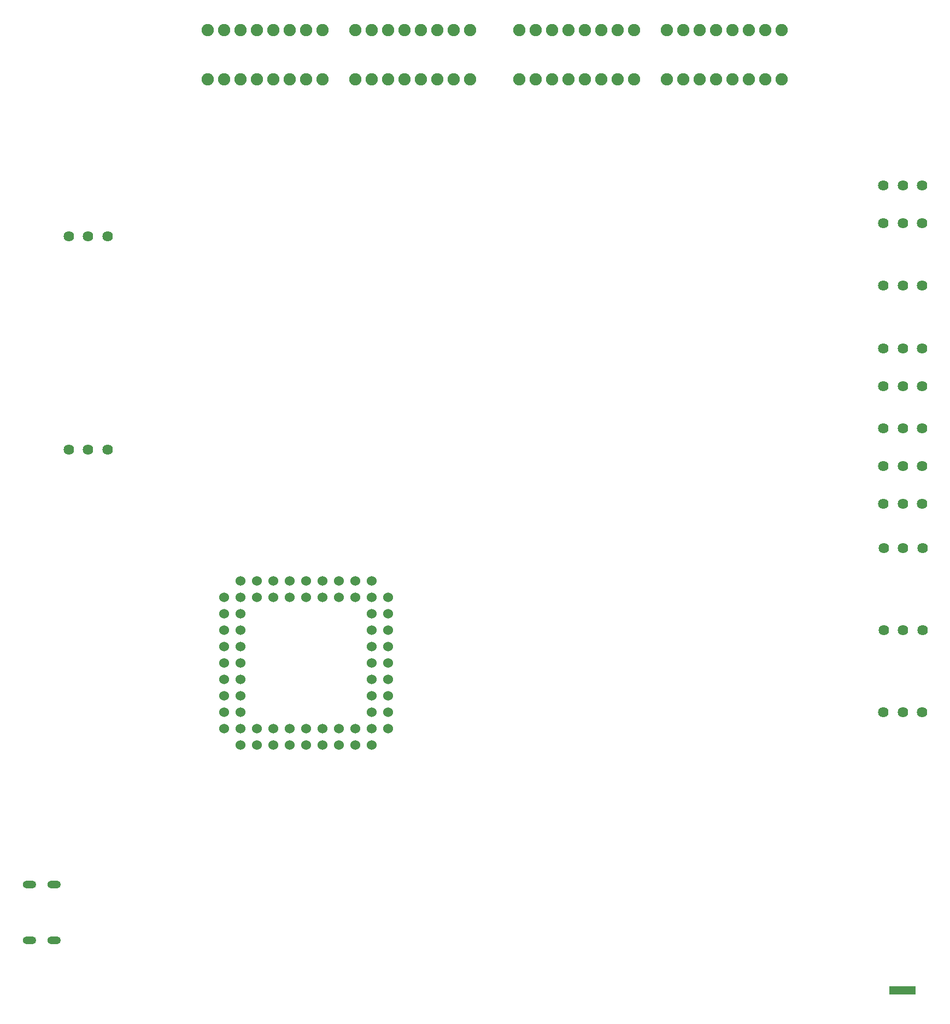
<source format=gbs>
G04 Layer: BottomSolderMaskLayer*
G04 EasyEDA v6.5.34, 2023-08-02 13:28:42*
G04 2a62064472414b95bfa9a36f662312a8,5a6b42c53f6a479593ecc07194224c93,10*
G04 Gerber Generator version 0.2*
G04 Scale: 100 percent, Rotated: No, Reflected: No *
G04 Dimensions in millimeters *
G04 leading zeros omitted , absolute positions ,4 integer and 5 decimal *
%FSLAX45Y45*%
%MOMM*%

%ADD10O,2.1015960000000002X1.2015978000000003*%
%ADD11C,1.9016*%
%ADD12C,1.5240*%
%ADD13C,1.6256*%

%LPD*%
D10*
G01*
X-985481Y-10503105D03*
G01*
X-985481Y-9639099D03*
G01*
X-1365491Y-9639099D03*
G01*
X-1365491Y-10503105D03*
D11*
G01*
X3175850Y2819397D03*
G01*
X2921850Y2819397D03*
G01*
X2667850Y2819397D03*
G01*
X2413850Y2819397D03*
G01*
X2159850Y2819397D03*
G01*
X1905850Y2819397D03*
G01*
X1651850Y2819397D03*
G01*
X1397850Y2819397D03*
G01*
X3175850Y3581397D03*
G01*
X2921850Y3581397D03*
G01*
X2667850Y3581397D03*
G01*
X2413850Y3581397D03*
G01*
X2159850Y3581397D03*
G01*
X1905850Y3581397D03*
G01*
X1651850Y3581397D03*
G01*
X1397850Y3581397D03*
G01*
X5461850Y2819397D03*
G01*
X5207850Y2819397D03*
G01*
X4953850Y2819397D03*
G01*
X4699850Y2819397D03*
G01*
X4445850Y2819397D03*
G01*
X4191850Y2819397D03*
G01*
X3937850Y2819397D03*
G01*
X3683850Y2819397D03*
G01*
X5461850Y3581397D03*
G01*
X5207850Y3581397D03*
G01*
X4953850Y3581397D03*
G01*
X4699850Y3581397D03*
G01*
X4445850Y3581397D03*
G01*
X4191850Y3581397D03*
G01*
X3937850Y3581397D03*
G01*
X3683850Y3581397D03*
G01*
X8001825Y2820159D03*
G01*
X7747825Y2820159D03*
G01*
X7493825Y2820159D03*
G01*
X7239825Y2820159D03*
G01*
X6985825Y2820159D03*
G01*
X6731825Y2820159D03*
G01*
X6477825Y2820159D03*
G01*
X6223825Y2820159D03*
G01*
X8001825Y3582159D03*
G01*
X7747825Y3582159D03*
G01*
X7493825Y3582159D03*
G01*
X7239825Y3582159D03*
G01*
X6985825Y3582159D03*
G01*
X6731825Y3582159D03*
G01*
X6477825Y3582159D03*
G01*
X6223825Y3582159D03*
G01*
X10286987Y2819397D03*
G01*
X10032987Y2819397D03*
G01*
X9778987Y2819397D03*
G01*
X9524987Y2819397D03*
G01*
X9270987Y2819397D03*
G01*
X9016987Y2819397D03*
G01*
X8762987Y2819397D03*
G01*
X8508987Y2819397D03*
G01*
X10286987Y3581397D03*
G01*
X10032987Y3581397D03*
G01*
X9778987Y3581397D03*
G01*
X9524987Y3581397D03*
G01*
X9270987Y3581397D03*
G01*
X9016987Y3581397D03*
G01*
X8762987Y3581397D03*
G01*
X8508987Y3581397D03*
D12*
G01*
X1905876Y-7480302D03*
G01*
X2159876Y-7480302D03*
G01*
X2413876Y-7480302D03*
G01*
X2667876Y-7480302D03*
G01*
X2921876Y-7480302D03*
G01*
X3175876Y-7480302D03*
G01*
X3429876Y-7480302D03*
G01*
X3683876Y-7480302D03*
G01*
X3937876Y-7480302D03*
G01*
X1651876Y-7226302D03*
G01*
X1651876Y-6972302D03*
G01*
X1651876Y-6718302D03*
G01*
X1651876Y-6464302D03*
G01*
X1651876Y-6210302D03*
G01*
X1651876Y-5956302D03*
G01*
X1651876Y-5702302D03*
G01*
X1651876Y-5448302D03*
G01*
X1651876Y-5194302D03*
G01*
X1905876Y-4940302D03*
G01*
X2159876Y-4940302D03*
G01*
X2413876Y-4940302D03*
G01*
X2667876Y-4940302D03*
G01*
X2921876Y-4940302D03*
G01*
X3175876Y-4940302D03*
G01*
X3429876Y-4940302D03*
G01*
X3683876Y-4940302D03*
G01*
X3937876Y-4940302D03*
G01*
X4191876Y-5194302D03*
G01*
X4191876Y-5448302D03*
G01*
X4191876Y-5702302D03*
G01*
X4191876Y-5956302D03*
G01*
X4191876Y-6210302D03*
G01*
X4191876Y-6464302D03*
G01*
X4191876Y-6718302D03*
G01*
X4191876Y-6972302D03*
G01*
X4191876Y-7226302D03*
G01*
X1905876Y-5194302D03*
G01*
X2159876Y-5194302D03*
G01*
X2413876Y-5194302D03*
G01*
X2667876Y-5194302D03*
G01*
X2921876Y-5194302D03*
G01*
X3175876Y-5194302D03*
G01*
X3429876Y-5194302D03*
G01*
X3683876Y-5194302D03*
G01*
X3937876Y-5194302D03*
G01*
X1905876Y-5448302D03*
G01*
X1905876Y-5702302D03*
G01*
X1905876Y-5956302D03*
G01*
X1905876Y-6210302D03*
G01*
X1905876Y-6464302D03*
G01*
X1905876Y-6718302D03*
G01*
X1905876Y-6972302D03*
G01*
X1905876Y-7226302D03*
G01*
X2159876Y-7226302D03*
G01*
X2413876Y-7226302D03*
G01*
X2667876Y-7226302D03*
G01*
X2921876Y-7226302D03*
G01*
X3175876Y-7226302D03*
G01*
X3429876Y-7226302D03*
G01*
X3683876Y-7226302D03*
G01*
X3937876Y-7226302D03*
G01*
X3937876Y-6972302D03*
G01*
X3937876Y-6718302D03*
G01*
X3937876Y-6464302D03*
G01*
X3937876Y-6210302D03*
G01*
X3937876Y-5956302D03*
G01*
X3937876Y-5702302D03*
G01*
X3937876Y-5448302D03*
D13*
G01*
X11862650Y-1346202D03*
G01*
X12462649Y-1346202D03*
G01*
X12162650Y-1346202D03*
G01*
X12162650Y-1930402D03*
G01*
X12462649Y-1930402D03*
G01*
X11862650Y-1930402D03*
G01*
X12162650Y-368302D03*
G01*
X12462649Y-368302D03*
G01*
X11862650Y-368302D03*
G01*
X11862650Y596897D03*
G01*
X12462649Y596897D03*
G01*
X12162650Y596897D03*
G01*
X12162650Y1181097D03*
G01*
X12462649Y1181097D03*
G01*
X11862650Y1181097D03*
G01*
X11862650Y-3162302D03*
G01*
X12462649Y-3162302D03*
G01*
X12162650Y-3162302D03*
G01*
X12162650Y-2578102D03*
G01*
X12462649Y-2578102D03*
G01*
X11862650Y-2578102D03*
G01*
X12162650Y-3746502D03*
G01*
X12462649Y-3746502D03*
G01*
X11862650Y-3746502D03*
G01*
X-756348Y393697D03*
G01*
X-156349Y393697D03*
G01*
X-456349Y393697D03*
G01*
X11867451Y-4432302D03*
G01*
X12467450Y-4432302D03*
G01*
X12167450Y-4432302D03*
G01*
X-456349Y-2908302D03*
G01*
X-156349Y-2908302D03*
G01*
X-756348Y-2908302D03*
G01*
X12167450Y-5702302D03*
G01*
X12467450Y-5702302D03*
G01*
X11867451Y-5702302D03*
G01*
X11862650Y-6972302D03*
G01*
X12462649Y-6972302D03*
G01*
X12162650Y-6972302D03*
G36*
X11951576Y-11214102D02*
G01*
X12357976Y-11214102D01*
X12357976Y-11341102D01*
X11951576Y-11341102D01*
G37*
M02*

</source>
